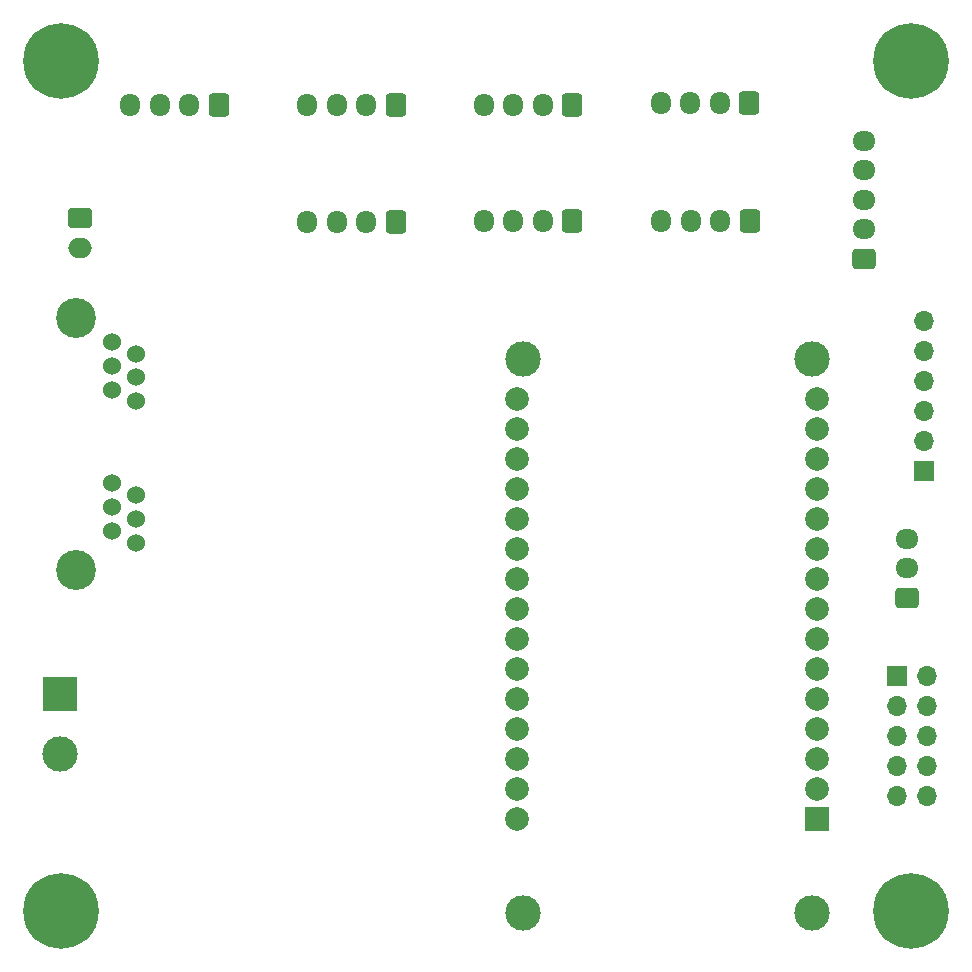
<source format=gbr>
%TF.GenerationSoftware,KiCad,Pcbnew,7.0.7*%
%TF.CreationDate,2023-11-15T18:09:06+01:00*%
%TF.ProjectId,ESP32_Weather_Servizio_Meteo_Sovramontino_v0.2,45535033-325f-4576-9561-746865725f53,rev?*%
%TF.SameCoordinates,Original*%
%TF.FileFunction,Soldermask,Bot*%
%TF.FilePolarity,Negative*%
%FSLAX46Y46*%
G04 Gerber Fmt 4.6, Leading zero omitted, Abs format (unit mm)*
G04 Created by KiCad (PCBNEW 7.0.7) date 2023-11-15 18:09:06*
%MOMM*%
%LPD*%
G01*
G04 APERTURE LIST*
G04 Aperture macros list*
%AMRoundRect*
0 Rectangle with rounded corners*
0 $1 Rounding radius*
0 $2 $3 $4 $5 $6 $7 $8 $9 X,Y pos of 4 corners*
0 Add a 4 corners polygon primitive as box body*
4,1,4,$2,$3,$4,$5,$6,$7,$8,$9,$2,$3,0*
0 Add four circle primitives for the rounded corners*
1,1,$1+$1,$2,$3*
1,1,$1+$1,$4,$5*
1,1,$1+$1,$6,$7*
1,1,$1+$1,$8,$9*
0 Add four rect primitives between the rounded corners*
20,1,$1+$1,$2,$3,$4,$5,0*
20,1,$1+$1,$4,$5,$6,$7,0*
20,1,$1+$1,$6,$7,$8,$9,0*
20,1,$1+$1,$8,$9,$2,$3,0*%
G04 Aperture macros list end*
%ADD10RoundRect,0.250000X0.600000X0.725000X-0.600000X0.725000X-0.600000X-0.725000X0.600000X-0.725000X0*%
%ADD11O,1.700000X1.950000*%
%ADD12C,3.380000*%
%ADD13C,1.524000*%
%ADD14C,0.800000*%
%ADD15C,6.400000*%
%ADD16RoundRect,0.250000X-0.750000X0.600000X-0.750000X-0.600000X0.750000X-0.600000X0.750000X0.600000X0*%
%ADD17O,2.000000X1.700000*%
%ADD18R,3.000000X3.000000*%
%ADD19C,3.000000*%
%ADD20R,2.000000X2.000000*%
%ADD21C,2.000000*%
%ADD22RoundRect,0.250000X0.725000X-0.600000X0.725000X0.600000X-0.725000X0.600000X-0.725000X-0.600000X0*%
%ADD23O,1.950000X1.700000*%
%ADD24R,1.700000X1.700000*%
%ADD25O,1.700000X1.700000*%
G04 APERTURE END LIST*
D10*
%TO.C,J14*%
X175056800Y-38404800D03*
D11*
X172556800Y-38404800D03*
X170056800Y-38404800D03*
X167556800Y-38404800D03*
%TD*%
D12*
%TO.C,U2*%
X133019800Y-46621700D03*
X133019800Y-67957700D03*
D13*
X136061800Y-48613700D03*
X138091800Y-49633700D03*
X136061800Y-50653700D03*
X138091800Y-51633700D03*
X136061800Y-52693700D03*
X138091800Y-53673700D03*
X138097800Y-65651700D03*
X136067800Y-64671700D03*
X138097800Y-63611700D03*
X136067800Y-62631700D03*
X138097800Y-61611700D03*
X136067800Y-60591700D03*
%TD*%
D10*
%TO.C,J13*%
X190081000Y-38421800D03*
D11*
X187581000Y-38421800D03*
X185081000Y-38421800D03*
X182581000Y-38421800D03*
%TD*%
D10*
%TO.C,J11*%
X145126400Y-28570800D03*
D11*
X142626400Y-28570800D03*
X140126400Y-28570800D03*
X137626400Y-28570800D03*
%TD*%
D14*
%TO.C,H4*%
X131772000Y-99233000D03*
X133469056Y-95135944D03*
X133469056Y-98530056D03*
D15*
X131772000Y-96833000D03*
D14*
X131772000Y-94433000D03*
X129372000Y-96833000D03*
X130074944Y-95135944D03*
X130074944Y-98530056D03*
X134172000Y-96833000D03*
%TD*%
%TO.C,H1*%
X202074944Y-23135944D03*
D15*
X203772000Y-24833000D03*
D14*
X205469056Y-26530056D03*
X205469056Y-23135944D03*
X202074944Y-26530056D03*
X203772000Y-22433000D03*
X203772000Y-27233000D03*
X206172000Y-24833000D03*
X201372000Y-24833000D03*
%TD*%
D10*
%TO.C,J8*%
X175070666Y-28570800D03*
D11*
X172570666Y-28570800D03*
X170070666Y-28570800D03*
X167570666Y-28570800D03*
%TD*%
D16*
%TO.C,J2*%
X133367000Y-38170800D03*
D17*
X133367000Y-40670800D03*
%TD*%
D14*
%TO.C,H3*%
X202074944Y-95135944D03*
X201372000Y-96833000D03*
X206172000Y-96833000D03*
X203772000Y-94433000D03*
X203772000Y-99233000D03*
D15*
X203772000Y-96833000D03*
D14*
X205469056Y-98530056D03*
X205469056Y-95135944D03*
X202074944Y-98530056D03*
%TD*%
D18*
%TO.C,J1*%
X131673600Y-78435200D03*
D19*
X131673600Y-83515200D03*
%TD*%
%TO.C,U1*%
X170866000Y-97003000D03*
X195376000Y-97003000D03*
X195376000Y-50053000D03*
X170866000Y-50053000D03*
D20*
X195796000Y-89043000D03*
D21*
X195796000Y-86503000D03*
X195796000Y-83963000D03*
X195796000Y-81423000D03*
X195796000Y-78883000D03*
X195796000Y-76343000D03*
X195796000Y-73803000D03*
X195796000Y-71263000D03*
X195796000Y-68723000D03*
X195796000Y-66183000D03*
X195796000Y-63643000D03*
X195796000Y-61103000D03*
X195796000Y-58563000D03*
X195796000Y-56023000D03*
X195796000Y-53483000D03*
X170396000Y-53483000D03*
X170396000Y-56023000D03*
X170396000Y-58563000D03*
X170396000Y-61103000D03*
X170396000Y-63643000D03*
X170396000Y-66183000D03*
X170396000Y-68723000D03*
X170396000Y-71263000D03*
X170396000Y-73803000D03*
X170396000Y-76343000D03*
X170396000Y-78883000D03*
X170396000Y-81423000D03*
X170396000Y-83963000D03*
X170396000Y-86503000D03*
X170396000Y-89043000D03*
%TD*%
D22*
%TO.C,J12*%
X199775200Y-41626800D03*
D23*
X199775200Y-39126800D03*
X199775200Y-36626800D03*
X199775200Y-34126800D03*
X199775200Y-31626800D03*
%TD*%
D10*
%TO.C,J9*%
X190042800Y-28448000D03*
D11*
X187542800Y-28448000D03*
X185042800Y-28448000D03*
X182542800Y-28448000D03*
%TD*%
D24*
%TO.C,J3*%
X202527000Y-76957000D03*
D25*
X205067000Y-76957000D03*
X202527000Y-79497000D03*
X205067000Y-79497000D03*
X202527000Y-82037000D03*
X205067000Y-82037000D03*
X202527000Y-84577000D03*
X205067000Y-84577000D03*
X202527000Y-87117000D03*
X205067000Y-87117000D03*
%TD*%
D22*
%TO.C,J5*%
X203399000Y-70313000D03*
D23*
X203399000Y-67813000D03*
X203399000Y-65313000D03*
%TD*%
D24*
%TO.C,J10*%
X204813000Y-59558000D03*
D25*
X204813000Y-57018000D03*
X204813000Y-54478000D03*
X204813000Y-51938000D03*
X204813000Y-49398000D03*
X204813000Y-46858000D03*
%TD*%
D10*
%TO.C,J7*%
X160109000Y-28570000D03*
D11*
X157609000Y-28570000D03*
X155109000Y-28570000D03*
X152609000Y-28570000D03*
%TD*%
D14*
%TO.C,H2*%
X131772000Y-27233000D03*
D15*
X131772000Y-24833000D03*
D14*
X134172000Y-24833000D03*
X130074944Y-23135944D03*
X133469056Y-23135944D03*
X130074944Y-26530056D03*
X133469056Y-26530056D03*
X131772000Y-22433000D03*
X129372000Y-24833000D03*
%TD*%
D10*
%TO.C,J4*%
X160109000Y-38476000D03*
D11*
X157609000Y-38476000D03*
X155109000Y-38476000D03*
X152609000Y-38476000D03*
%TD*%
M02*

</source>
